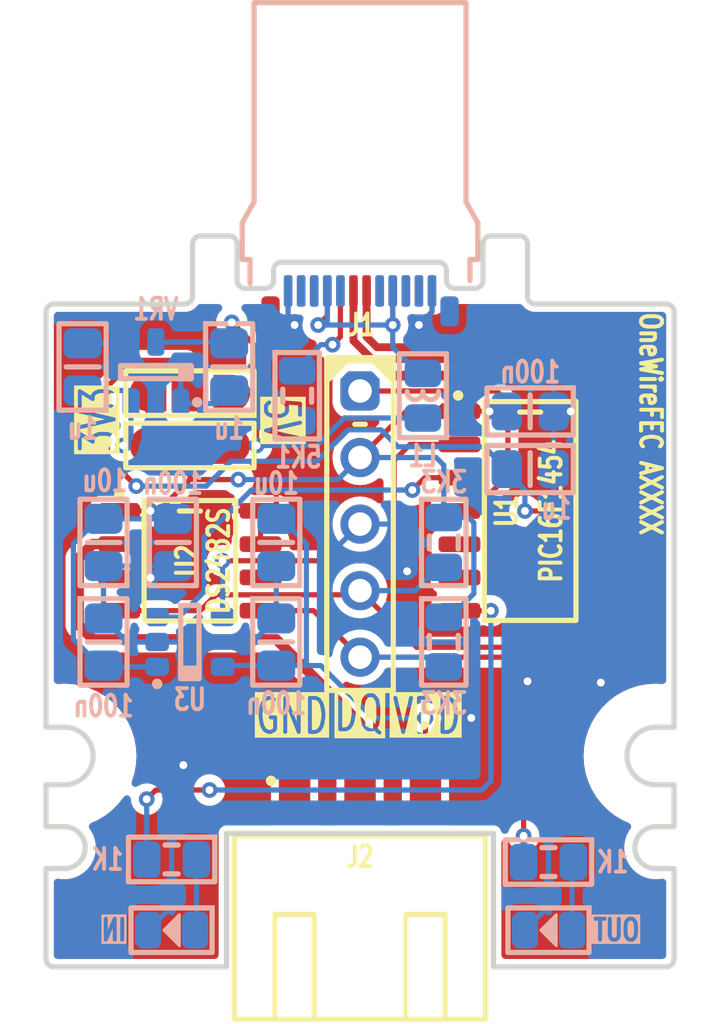
<source format=kicad_pcb>
(kicad_pcb (version 20240108) (generator "pcbnew") (generator_version "8.0")
  (layers (0 "F.Cu" signal) (31 "B.Cu" jumper) (34 "B.Paste" user) (35 "F.Paste" user) (36 "B.SilkS" user "B.Silkscreen") (37 "F.SilkS" user "F.Silkscreen") (38 "B.Mask" user) (39 "F.Mask" user) (44 "Edge.Cuts" user))
  (net 0 "")
  (net 1 "A_CC")
  (net 2 "USB_DP")
  (net 3 "USB_DM")
  (net 4 "GND")
  (net 5 "5V")
  (net 6 "ICSP_VPP")
  (net 7 "Vin")
  (net 8 "POWER_EN")
  (net 9 "POWER_FAULT")
  (net 10 "DQ")
  (net 11 "VDD")
  (net 12 "VDD_OUT")
  (net 13 "3V3")
  (net 14 "SDA")
  (net 15 "SCL")
  (net 16 "LED_A'")
  (net 17 "LED_A")
  (net 18 "LED_B'")
  (net 19 "LED_B")
  (net 20 "3V3_USB")
  (footprint "Medo64:J USB C 3.2 Edge (24w)" (layer "F.Cu") (at 32 22)
    (property "Reference" "J1" (at 0.05 1.4 0) (layer "F.SilkS") (effects (font (size 0.8 0.6))))
    (property "Value" "105444-0001" (hide yes))
    (pad "A1" smd roundrect (at -2.75 0.1) (size 0.33 1.2) (layers "F.Cu" "F.Paste" "F.Mask") (chamfer_ratio 0.2) (chamfer top_left bottom_left) (net 4 "GND"))
    (pad "A2" smd roundrect (at -2.25 0.1) (size 0.33 1.2) (layers "F.Cu" "F.Paste" "F.Mask"))
    (pad "A3" smd roundrect (at -1.75 0.1) (size 0.33 1.2) (layers "F.Cu" "F.Paste" "F.Mask"))
    (pad "A4" smd roundrect (at -1.25 0.1) (size 0.33 1.2) (layers "F.Cu" "F.Paste" "F.Mask") (net 7 "Vin"))
    (pad "A5" smd roundrect (at -0.75 0.1) (size 0.33 1.2) (layers "F.Cu" "F.Paste" "F.Mask") (net 1 "A_CC"))
    (pad "A6" smd roundrect (at -0.25 0.1) (size 0.33 1.2) (layers "F.Cu" "F.Paste" "F.Mask") (net 2 "USB_DP"))
    (pad "A7" smd roundrect (at 0.25 0.1) (size 0.33 1.2) (layers "F.Cu" "F.Paste" "F.Mask") (net 3 "USB_DM"))
    (pad "A8" smd roundrect (at 0.75 0.1) (size 0.33 1.2) (layers "F.Cu" "F.Paste" "F.Mask"))
    (pad "A9" smd roundrect (at 1.25 0.1) (size 0.33 1.2) (layers "F.Cu" "F.Paste" "F.Mask") (net 7 "Vin"))
    (pad "A10" smd roundrect (at 1.75 0.1) (size 0.33 1.2) (layers "F.Cu" "F.Paste" "F.Mask"))
    (pad "A11" smd roundrect (at 2.25 0.1) (size 0.33 1.2) (layers "F.Cu" "F.Paste" "F.Mask"))
    (pad "A12" smd roundrect (at 2.75 0.1) (size 0.33 1.2) (layers "F.Cu" "F.Paste" "F.Mask") (net 4 "GND"))
    (pad "B01" smd roundrect (at 2.75 0.1) (size 0.33 1.2) (layers "B.Cu" "B.Paste" "B.Mask") (chamfer_ratio 0.2) (chamfer top_right bottom_right) (net 4 "GND"))
    (pad "B02" smd roundrect (at 2.25 0.1) (size 0.33 1.2) (layers "B.Cu" "B.Paste" "B.Mask"))
    (pad "B03" smd roundrect (at 1.75 0.1) (size 0.33 1.2) (layers "B.Cu" "B.Paste" "B.Mask"))
    (pad "B04" smd roundrect (at 1.25 0.1) (size 0.33 1.2) (layers "B.Cu" "B.Paste" "B.Mask") (net 7 "Vin"))
    (pad "B05" smd roundrect (at 0.75 0.1) (size 0.33 1.2) (layers "B.Cu" "B.Paste" "B.Mask"))
    (pad "B08" smd roundrect (at -0.75 0.1) (size 0.33 1.2) (layers "B.Cu" "B.Paste" "B.Mask"))
    (pad "B09" smd roundrect (at -1.25 0.1) (size 0.33 1.2) (layers "B.Cu" "B.Paste" "B.Mask") (net 7 "Vin"))
    (pad "B10" smd roundrect (at -1.75 0.1) (size 0.33 1.2) (layers "B.Cu" "B.Paste" "B.Mask"))
    (pad "B11" smd roundrect (at -2.25 0.1) (size 0.33 1.2) (layers "B.Cu" "B.Paste" "B.Mask"))
    (pad "B12" smd roundrect (at -2.75 0.1) (size 0.33 1.2) (layers "B.Cu" "B.Paste" "B.Mask") (net 4 "GND"))
    (pad "S" smd roundrect (at -3.42 0.88) (size 0.7 1.15) (layers "F.Cu" "F.Paste" "F.Mask"))
    (pad "S" smd roundrect (at 3.42 0.88) (size 0.7 1.15) (layers "B.Cu" "B.Paste" "B.Mask"))
  )
  (footprint "Medo64:JP Dual (1205)" (layer "F.Cu") (at 25.5 26 180)
    (property "Reference" "JP2" (hide yes))
    (property "Value" "Jumper" (hide yes))
    (pad "1" smd roundrect (at -1.6 0 180) (size 1.4 1.4) (layers "F.Cu" "F.Mask") (roundrect_rratio 0.5) (chamfer_ratio 0) (chamfer top_right bottom_right))
    (pad "2" smd roundrect (at 0 0 180) (size 1.4 1.4) (layers "F.Cu" "F.Mask") (roundrect_rratio 0) (chamfer_ratio 0) (chamfer top_left top_right bottom_left bottom_right) (net 20 "3V3_USB"))
    (pad "3" smd roundrect (at 1.6 0 180) (size 1.4 1.4) (layers "F.Cu" "F.Mask") (roundrect_rratio 0.5) (chamfer_ratio 0) (chamfer top_left bottom_left) (net 13 "3V3"))
  )
  (footprint "Medo64:J JST XH Edge [1WIRE] (3w)" (layer "F.Cu") (at 32 40.8)
    (property "Reference" "J2" (at 0 2.9 0) (layer "F.SilkS") (effects (font (size 0.8 0.6) (thickness 0.15) (bold yes))))
    (property "Value" "B2B-XH-A")
    (pad "1" smd roundrect (at -2.5 0) (size 1.2 3) (layers "F.Cu" "F.Paste" "F.Mask") (chamfer_ratio 0.2) (chamfer top_left bottom_left) (net 4 "GND"))
    (pad "2" smd roundrect (at 0 0) (size 1.2 3) (layers "F.Cu" "F.Paste" "F.Mask") (net 10 "DQ"))
    (pad "3" smd roundrect (at 2.5 0) (size 1.2 3) (layers "F.Cu" "F.Paste" "F.Mask") (net 12 "VDD_OUT"))
  )
  (footprint "Medo64:U Micro [PIC16F1454] (SOIC-14)" (layer "F.Cu") (at 38.5 30.5)
    (property "Reference" "U1" (at -0.9 0 90) (layer "F.SilkS") (effects (font (size 0.8 0.6))))
    (property "Value" "PIC16F1454" (at 0.8 0 90) (layer "F.SilkS") (effects (font (size 0.8 0.6))))
    (pad "1" smd roundrect (at -2.7 -3.81) (size 1.6 0.6) (layers "F.Cu" "F.Paste" "F.Mask") (chamfer_ratio 0.2) (chamfer top_left top_right) (net 11 "VDD"))
    (pad "2" smd roundrect (at -2.7 -2.54) (size 1.6 0.6) (layers "F.Cu" "F.Paste" "F.Mask") (net 9 "POWER_FAULT"))
    (pad "3" smd roundrect (at -2.7 -1.27) (size 1.6 0.6) (layers "F.Cu" "F.Paste" "F.Mask") (net 8 "POWER_EN"))
    (pad "4" smd roundrect (at -2.7 0) (size 1.6 0.6) (layers "F.Cu" "F.Paste" "F.Mask") (net 6 "ICSP_VPP"))
    (pad "5" smd roundrect (at -2.7 1.27) (size 1.6 0.6) (layers "F.Cu" "F.Paste" "F.Mask"))
    (pad "6" smd roundrect (at -2.7 2.54) (size 1.6 0.6) (layers "F.Cu" "F.Paste" "F.Mask"))
    (pad "7" smd roundrect (at -2.7 3.81) (size 1.6 0.6) (layers "F.Cu" "F.Paste" "F.Mask") (net 17 "LED_A"))
    (pad "8" smd roundrect (at 2.7 3.81) (size 1.6 0.6) (layers "F.Cu" "F.Paste" "F.Mask") (net 19 "LED_B"))
    (pad "9" smd roundrect (at 2.7 2.54) (size 1.6 0.6) (layers "F.Cu" "F.Paste" "F.Mask") (net 14 "SDA"))
    (pad "10" smd roundrect (at 2.7 1.27) (size 1.6 0.6) (layers "F.Cu" "F.Paste" "F.Mask") (net 15 "SCL"))
    (pad "11" smd roundrect (at 2.7 0) (size 1.6 0.6) (layers "F.Cu" "F.Paste" "F.Mask") (net 20 "3V3_USB"))
    (pad "12" smd roundrect (at 2.7 -1.27) (size 1.6 0.6) (layers "F.Cu" "F.Paste" "F.Mask") (net 3 "USB_DM"))
    (pad "13" smd roundrect (at 2.7 -2.54) (size 1.6 0.6) (layers "F.Cu" "F.Paste" "F.Mask") (net 2 "USB_DP"))
    (pad "14" smd roundrect (at 2.7 -3.81) (size 1.6 0.6) (layers "F.Cu" "F.Paste" "F.Mask") (net 4 "GND"))
  )
  (footprint "Medo64:ICSP PIC Pogo (5w)" (layer "F.Cu") (at 32 31 -90)
    (property "Reference" "ICSP" (hide yes))
    (property "Value" "Microchip PIC" (hide yes))
    (pad "1" thru_hole roundrect (at -5.08 0 270) (size 1.5 1.5) (drill 0.9) (layers "*.Cu" "*.Mask") (chamfer_ratio 0.2) (chamfer top_left bottom_left) (net 6 "ICSP_VPP"))
    (pad "2" thru_hole circle (at -2.54 0 270) (size 1.5 1.5) (drill 0.9) (layers "*.Cu" "*.Mask") (net 11 "VDD"))
    (pad "3" thru_hole circle (at 0 0 270) (size 1.5 1.5) (drill 0.9) (layers "*.Cu" "*.Mask") (net 4 "GND"))
    (pad "4" thru_hole circle (at 2.54 0 270) (size 1.5 1.5) (drill 0.9) (layers "*.Cu" "*.Mask") (net 15 "SCL"))
    (pad "5" thru_hole circle (at 5.08 0 270) (size 1.5 1.5) (drill 0.9) (layers "*.Cu" "*.Mask") (net 14 "SDA"))
  )
  (footprint "Medo64:JP Dual (1205)" (layer "F.Cu") (at 25.5 28)
    (property "Reference" "JP1" (hide yes))
    (property "Value" "Jumper" (hide yes))
    (pad "1" smd roundrect (at -1.6 0) (size 1.4 1.4) (layers "F.Cu" "F.Mask") (roundrect_rratio 0.5) (chamfer_ratio 0) (chamfer top_right bottom_right) (net 13 "3V3"))
    (pad "2" smd roundrect (at 0 0) (size 1.4 1.4) (layers "F.Cu" "F.Mask") (roundrect_rratio 0) (chamfer_ratio 0) (chamfer top_left top_right bottom_left bottom_right) (net 11 "VDD"))
    (pad "3" smd roundrect (at 1.6 0) (size 1.4 1.4) (layers "F.Cu" "F.Mask") (roundrect_rratio 0.5) (chamfer_ratio 0) (chamfer top_left bottom_left) (net 5 "5V"))
  )
  (footprint "Medo64:U Transceiver 1Wire [DS2482S-100+] (SOIC-8)" (layer "F.Cu") (at 25.5 32.4)
    (property "Reference" "U2" (at -0.1 0 90) (layer "F.SilkS") (effects (font (size 0.8 0.6))))
    (property "Value" "DS2482S" (at 1.1 0 90) (layer "F.SilkS") (effects (font (size 0.8 0.6))))
    (pad "1" smd roundrect (at -2.7 -1.905) (size 1.6 0.6) (layers "F.Cu" "F.Paste" "F.Mask") (chamfer_ratio 0.2) (chamfer top_left top_right) (net 11 "VDD"))
    (pad "2" smd roundrect (at -2.7 -0.635) (size 1.6 0.6) (layers "F.Cu" "F.Paste" "F.Mask") (net 10 "DQ"))
    (pad "3" smd roundrect (at -2.7 0.635) (size 1.6 0.6) (layers "F.Cu" "F.Paste" "F.Mask") (net 4 "GND"))
    (pad "4" smd roundrect (at -2.7 1.905) (size 1.6 0.6) (layers "F.Cu" "F.Paste" "F.Mask") (net 15 "SCL"))
    (pad "5" smd roundrect (at 2.7 1.905) (size 1.6 0.6) (layers "F.Cu" "F.Paste" "F.Mask") (net 14 "SDA"))
    (pad "6" smd roundrect (at 2.7 0.635) (size 1.6 0.6) (layers "F.Cu" "F.Paste" "F.Mask"))
    (pad "7" smd roundrect (at 2.7 -0.635) (size 1.6 0.6) (layers "F.Cu" "F.Paste" "F.Mask") (net 4 "GND"))
    (pad "8" smd roundrect (at 2.7 -1.905) (size 1.6 0.6) (layers "F.Cu" "F.Paste" "F.Mask") (net 4 "GND"))
  )
  (footprint "Medo64:R (0805)" (layer "B.Cu") (at 39.2 43.9)
    (property "Reference" "R2" (hide yes))
    (property "Value" "1K" (at 2.45 0 0) (layer "B.SilkS") (effects (font (size 0.8 0.6)) (justify mirror)))
    (pad "1" smd roundrect (at -0.95 0) (size 1.05 1.4) (layers "B.Cu" "B.Paste" "B.Mask") (net 19 "LED_B"))
    (pad "2" smd roundrect (at 0.95 0) (size 1.05 1.4) (layers "B.Cu" "B.Paste" "B.Mask") (net 18 "LED_B'"))
  )
  (footprint "Medo64:C (0805)" (layer "B.Cu") (at 28.8 31.7 -90)
    (property "Reference" "C9" (hide yes))
    (property "Value" "10u" (at -2.25 0 0) (layer "B.SilkS") (effects (font (size 0.8 0.6) (thickness 0.15) (bold yes)) (justify mirror)))
    (pad "1" smd roundrect (at -0.9 0 270) (size 1.15 1.45) (layers "B.Cu" "B.Paste" "B.Mask") (net 12 "VDD_OUT"))
    (pad "2" smd roundrect (at 0.9 0 270) (size 1.15 1.45) (layers "B.Cu" "B.Paste" "B.Mask") (net 4 "GND"))
  )
  (footprint "Medo64:L (0805)" (layer "B.Cu") (at 34.4 26.1 -90)
    (property "Reference" "L1" (at 2.3 0 0) (layer "B.SilkS") (effects (font (size 0.8 0.6)) (justify mirror)))
    (property "Value" "120R" (hide yes))
    (pad "1" smd roundrect (at -0.85 0 270) (size 1.05 1.4) (layers "B.Cu" "B.Paste" "B.Mask") (net 7 "Vin"))
    (pad "2" smd roundrect (at 0.85 0 270) (size 1.05 1.4) (layers "B.Cu" "B.Paste" "B.Mask") (net 5 "5V"))
  )
  (footprint "Medo64:DS (0805)" (layer "B.Cu") (at 39.2 46.5)
    (property "Reference" "DS2" (hide yes))
    (property "Value" "OUT" (at 2.6 0 0) (layer "B.SilkS" knockout) (effects (font (size 0.8 0.6) (thickness 0.15) (bold yes)) (justify mirror)))
    (pad "1" smd roundrect (at -0.9 0) (size 1 1.4) (layers "B.Cu" "B.Paste" "B.Mask") (chamfer_ratio 0.2) (chamfer top_left bottom_left) (net 4 "GND"))
    (pad "2" smd roundrect (at 0.9 0) (size 1 1.4) (layers "B.Cu" "B.Paste" "B.Mask") (net 18 "LED_B'"))
  )
  (footprint "Medo64:C (0805)" (layer "B.Cu") (at 22.2 31.7 -90)
    (property "Reference" "C8" (hide yes))
    (property "Value" "10u" (at -2.35 -0.05 0) (layer "B.SilkS") (effects (font (size 0.8 0.6) (thickness 0.15) (bold yes)) (justify mirror)))
    (pad "1" smd roundrect (at -0.9 0 270) (size 1.15 1.45) (layers "B.Cu" "B.Paste" "B.Mask") (net 11 "VDD"))
    (pad "2" smd roundrect (at 0.9 0 270) (size 1.15 1.45) (layers "B.Cu" "B.Paste" "B.Mask") (net 4 "GND"))
  )
  (footprint "Medo64:C (0805)" (layer "B.Cu") (at 22.2 35.5 90)
    (property "Reference" "C3" (hide yes))
    (property "Value" "100n" (at -2.45 0 180) (layer "B.SilkS") (effects (font (size 0.8 0.6) (thickness 0.15) (bold yes)) (justify mirror)))
    (pad "1" smd roundrect (at -0.9 0 90) (size 1.15 1.45) (layers "B.Cu" "B.Paste" "B.Mask") (net 11 "VDD"))
    (pad "2" smd roundrect (at 0.9 0 90) (size 1.15 1.45) (layers "B.Cu" "B.Paste" "B.Mask") (net 4 "GND"))
  )
  (footprint "Medo64:R (0805)" (layer "B.Cu") (at 35.2 31.7 90)
    (property "Reference" "R3" (hide yes))
    (property "Value" "3K3" (at 2.3 0 0) (layer "B.SilkS") (effects (font (size 0.8 0.6)) (justify mirror)))
    (pad "1" smd roundrect (at -0.95 0 90) (size 1.05 1.4) (layers "B.Cu" "B.Paste" "B.Mask") (net 15 "SCL"))
    (pad "2" smd roundrect (at 0.95 0 90) (size 1.05 1.4) (layers "B.Cu" "B.Paste" "B.Mask") (net 11 "VDD"))
  )
  (footprint "Medo64:U LoadSwitch 100mA [MIC2091-1] (SOT23-5)" (layer "B.Cu") (at 25.5 35.5)
    (property "Reference" "U3" (at 0 2.2 180) (layer "B.SilkS") (effects (font (size 0.8 0.6)) (justify mirror)))
    (property "Value" "MIC2091" (hide yes))
    (pad "1" smd roundrect (at -1.25 0.95) (size 0.9 0.7) (layers "B.Cu" "B.Paste" "B.Mask") (chamfer_ratio 0.2) (chamfer bottom_left bottom_right) (net 11 "VDD"))
    (pad "2" smd roundrect (at -1.25 0) (size 0.9 0.7) (layers "B.Cu" "B.Paste" "B.Mask") (net 4 "GND"))
    (pad "3" smd roundrect (at -1.25 -0.95) (size 0.9 0.7) (layers "B.Cu" "B.Paste" "B.Mask") (chamfer_ratio 0.2) (chamfer bottom_left bottom_right) (net 8 "POWER_EN"))
    (pad "4" smd roundrect (at 1.25 -0.95) (size 0.9 0.7) (layers "B.Cu" "B.Paste" "B.Mask") (net 9 "POWER_FAULT"))
    (pad "5" smd roundrect (at 1.25 0.95) (size 0.9 0.7) (layers "B.Cu" "B.Paste" "B.Mask") (net 12 "VDD_OUT"))
  )
  (footprint "Medo64:R (0805)" (layer "B.Cu") (at 29.6 26.1 90)
    (property "Reference" "R5" (hide yes))
    (property "Value" "5K1" (at -2.35 0.05 0) (layer "B.SilkS") (effects (font (size 0.8 0.6)) (justify mirror)))
    (pad "1" smd roundrect (at -0.95 0 90) (size 1.05 1.4) (layers "B.Cu" "B.Paste" "B.Mask") (net 4 "GND"))
    (pad "2" smd roundrect (at 0.95 0 90) (size 1.05 1.4) (layers "B.Cu" "B.Paste" "B.Mask") (net 1 "A_CC"))
  )
  (footprint "Medo64:C (0805)" (layer "B.Cu") (at 24.85 31.7 90)
    (property "Reference" "C2" (hide yes))
    (property "Value" "100n" (at 2.25 0 0) (layer "B.SilkS") (effects (font (size 0.8 0.6) (thickness 0.15) (bold yes)) (justify mirror)))
    (pad "1" smd roundrect (at -0.9 0 90) (size 1.15 1.45) (layers "B.Cu" "B.Paste" "B.Mask") (net 4 "GND"))
    (pad "2" smd roundrect (at 0.9 0 90) (size 1.15 1.45) (layers "B.Cu" "B.Paste" "B.Mask") (net 11 "VDD"))
  )
  (footprint "Medo64:C (0805)" (layer "B.Cu") (at 28.8 35.5 90)
    (property "Reference" "C4" (hide yes))
    (property "Value" "100n" (at -2.35 0 180) (layer "B.SilkS") (effects (font (size 0.8 0.6) (thickness 0.15) (bold yes)) (justify mirror)))
    (pad "1" smd roundrect (at -0.9 0 90) (size 1.15 1.45) (layers "B.Cu" "B.Paste" "B.Mask") (net 12 "VDD_OUT"))
    (pad "2" smd roundrect (at 0.9 0 90) (size 1.15 1.45) (layers "B.Cu" "B.Paste" "B.Mask") (net 4 "GND"))
  )
  (footprint "Medo64:R (0805)" (layer "B.Cu") (at 35.2 35.5 90)
    (property "Reference" "R4" (hide yes))
    (property "Value" "3K3" (at -2.35 0 0) (layer "B.SilkS") (effects (font (size 0.8 0.6)) (justify mirror)))
    (pad "1" smd roundrect (at -0.95 0 90) (size 1.05 1.4) (layers "B.Cu" "B.Paste" "B.Mask") (net 14 "SDA"))
    (pad "2" smd roundrect (at 0.95 0 90) (size 1.05 1.4) (layers "B.Cu" "B.Paste" "B.Mask") (net 11 "VDD"))
  )
  (footprint "Medo64:C (0805)" (layer "B.Cu") (at 38.5 28.9)
    (property "Reference" "C5" (hide yes))
    (property "Value" "1u" (at 1 1.5 0) (layer "B.SilkS") (effects (font (size 0.8 0.6) (thickness 0.15) (bold yes)) (justify mirror)))
    (pad "1" smd roundrect (at -0.9 0) (size 1.15 1.45) (layers "B.Cu" "B.Paste" "B.Mask") (net 20 "3V3_USB"))
    (pad "2" smd roundrect (at 0.9 0) (size 1.15 1.45) (layers "B.Cu" "B.Paste" "B.Mask") (net 4 "GND"))
  )
  (footprint "Medo64:C (0805)" (layer "B.Cu") (at 21.4 25 -90)
    (property "Reference" "C7" (hide yes))
    (property "Value" "1u" (at 2.35 0 0) (layer "B.SilkS") (effects (font (size 0.8 0.6) (thickness 0.15) (bold yes)) (justify mirror)))
    (pad "1" smd roundrect (at -0.9 0 270) (size 1.15 1.45) (layers "B.Cu" "B.Paste" "B.Mask") (net 4 "GND"))
    (pad "2" smd roundrect (at 0.9 0 270) (size 1.15 1.45) (layers "B.Cu" "B.Paste" "B.Mask") (net 13 "3V3"))
  )
  (footprint "Medo64:C (0805)" (layer "B.Cu") (at 27 25 90)
    (property "Reference" "C6" (hide yes))
    (property "Value" "1u" (at -2.35 0 180) (layer "B.SilkS") (effects (font (size 0.8 0.6) (thickness 0.15) (bold yes)) (justify mirror)))
    (pad "1" smd roundrect (at -0.9 0 90) (size 1.15 1.45) (layers "B.Cu" "B.Paste" "B.Mask") (net 4 "GND"))
    (pad "2" smd roundrect (at 0.9 0 90) (size 1.15 1.45) (layers "B.Cu" "B.Paste" "B.Mask") (net 5 "5V"))
  )
  (footprint "Medo64:C (0805)" (layer "B.Cu") (at 38.5 26.7)
    (property "Reference" "C1" (hide yes))
    (property "Value" "100n" (at 0 -1.5 0) (layer "B.SilkS") (effects (font (size 0.8 0.6) (thickness 0.15) (bold yes)) (justify mirror)))
    (pad "1" smd roundrect (at -0.9 0) (size 1.15 1.45) (layers "B.Cu" "B.Paste" "B.Mask") (net 11 "VDD"))
    (pad "2" smd roundrect (at 0.9 0) (size 1.15 1.45) (layers "B.Cu" "B.Paste" "B.Mask") (net 4 "GND"))
  )
  (footprint "Medo64:DS (0805)" (layer "B.Cu") (at 24.8 46.5)
    (property "Reference" "DS1" (hide yes))
    (property "Value" "IN" (at -2.2 0 0) (layer "B.SilkS" knockout) (effects (font (size 0.8 0.6) (thickness 0.15) (bold yes)) (justify mirror)))
    (pad "1" smd roundrect (at -0.9 0) (size 1 1.4) (layers "B.Cu" "B.Paste" "B.Mask") (chamfer_ratio 0.2) (chamfer top_left bottom_left) (net 4 "GND"))
    (pad "2" smd roundrect (at 0.9 0) (size 1 1.4) (layers "B.Cu" "B.Paste" "B.Mask") (net 16 "LED_A'"))
  )
  (footprint "Medo64:VR Linear 3.3V 250mA [MCP1700] (SOT-23)" (layer "B.Cu") (at 24.2 25.2 180)
    (property "Reference" "VR1" (at 0 2.4 0) (layer "B.SilkS") (effects (font (size 0.8 0.6)) (justify mirror)))
    (property "Value" "MCP1700" (hide yes))
    (pad "1" smd roundrect (at -0.95 -1.15 180) (size 0.65 1.05) (layers "B.Cu" "B.Paste" "B.Mask") (chamfer_ratio 0.2) (chamfer top_left bottom_left) (net 4 "GND"))
    (pad "2" smd roundrect (at 0.95 -1.15 180) (size 0.65 1.05) (layers "B.Cu" "B.Paste" "B.Mask") (net 13 "3V3"))
    (pad "3" smd roundrect (at 0 1.15 180) (size 0.65 1.05) (layers "B.Cu" "B.Paste" "B.Mask") (net 5 "5V"))
  )
  (footprint "Medo64:R (0805)" (layer "B.Cu") (at 24.8 43.8)
    (property "Reference" "R1" (hide yes))
    (property "Value" "1K" (at -2.45 0 0) (layer "B.SilkS") (effects (font (size 0.8 0.6)) (justify mirror)))
    (pad "1" smd roundrect (at -0.95 0) (size 1.05 1.4) (layers "B.Cu" "B.Paste" "B.Mask") (net 17 "LED_A"))
    (pad "2" smd roundrect (at 0.95 0) (size 1.05 1.4) (layers "B.Cu" "B.Paste" "B.Mask") (net 16 "LED_A'"))
  )
  (gr_line (start 38.4 20.3) (end 38.4 22.3) (stroke (width 0.2)) (layer "Edge.Cuts"))
  (gr_arc (start 25.6 22.3) (mid 25.512132 22.512132) (end 25.3 22.6) (stroke (width 0.2)) (layer "Edge.Cuts"))
  (gr_arc (start 43.3 40.95) (mid 42.2 39.85) (end 43.3 38.75) (stroke (width 0.2)) (layer "Edge.Cuts"))
  (gr_line (start 37.1 47.9) (end 43.7 47.9) (stroke (width 0.2)) (layer "Edge.Cuts"))
  (gr_line (start 20.7 40.95) (end 20 40.95) (stroke (width 0.2)) (layer "Edge.Cuts"))
  (gr_line (start 43.3 40.95) (end 44 40.95) (stroke (width 0.2)) (layer "Edge.Cuts"))
  (gr_line (start 44 44.15) (end 43.3 44.15) (stroke (width 0.2)) (layer "Edge.Cuts"))
  (gr_arc (start 35 21) (mid 35.212132 21.087868) (end 35.3 21.3) (stroke (width 0.2)) (layer "Edge.Cuts"))
  (gr_arc (start 28.7 21.3) (mid 28.787868 21.087868) (end 29 21) (stroke (width 0.2)) (layer "Edge.Cuts"))
  (gr_line (start 38.1 20) (end 37 20) (stroke (width 0.2)) (layer "Edge.Cuts"))
  (gr_arc (start 28.7 21.7) (mid 28.612132 21.912132) (end 28.4 22) (stroke (width 0.2)) (layer "Edge.Cuts"))
  (gr_arc (start 27 20) (mid 27.212132 20.087868) (end 27.3 20.3) (stroke (width 0.2)) (layer "Edge.Cuts"))
  (gr_arc (start 43.7 22.6) (mid 43.912132 22.687868) (end 44 22.9) (stroke (width 0.2)) (layer "Edge.Cuts"))
  (gr_line (start 20 44.15) (end 20 47.6) (stroke (width 0.2)) (layer "Edge.Cuts"))
  (gr_line (start 20 38.75) (end 20.7 38.75) (stroke (width 0.2)) (layer "Edge.Cuts"))
  (gr_line (start 44 42.55) (end 43.3 42.55) (stroke (width 0.2)) (layer "Edge.Cuts"))
  (gr_arc (start 38.7 22.6) (mid 38.487868 22.512132) (end 38.4 22.3) (stroke (width 0.2)) (layer "Edge.Cuts"))
  (gr_line (start 44 42.55) (end 44 40.95) (stroke (width 0.2)) (layer "Edge.Cuts"))
  (gr_line (start 28.4 22) (end 27.6 22) (stroke (width 0.2)) (layer "Edge.Cuts"))
  (gr_line (start 43.7 22.6) (end 38.7 22.6) (stroke (width 0.2)) (layer "Edge.Cuts"))
  (gr_line (start 20.3 22.6) (end 25.3 22.6) (stroke (width 0.2)) (layer "Edge.Cuts"))
  (gr_arc (start 38.1 20) (mid 38.312132 20.087868) (end 38.4 20.3) (stroke (width 0.2)) (layer "Edge.Cuts"))
  (gr_arc (start 35.6 22) (mid 35.387868 21.912132) (end 35.3 21.7) (stroke (width 0.2)) (layer "Edge.Cuts"))
  (gr_line (start 35.3 21.7) (end 35.3 21.3) (stroke (width 0.2)) (layer "Edge.Cuts"))
  (gr_line (start 27.3 20.3) (end 27.3 21.7) (stroke (width 0.2)) (layer "Edge.Cuts"))
  (gr_arc (start 20 22.9) (mid 20.087868 22.687868) (end 20.3 22.6) (stroke (width 0.2)) (layer "Edge.Cuts"))
  (gr_arc (start 36.7 20.3) (mid 36.787868 20.087868) (end 37 20) (stroke (width 0.2)) (layer "Edge.Cuts"))
  (gr_arc (start 20.7 42.55) (mid 21.5 43.35) (end 20.7 44.15) (stroke (width 0.2)) (layer "Edge.Cuts"))
  (gr_arc (start 27.6 22) (mid 27.387868 21.912132) (end 27.3 21.7) (stroke (width 0.2)) (layer "Edge.Cuts"))
  (gr_line (start 36.7 20.3) (end 36.7 21.7) (stroke (width 0.2)) (layer "Edge.Cuts"))
  (gr_arc (start 44 47.6) (mid 43.912132 47.812132) (end 43.7 47.9) (stroke (width 0.2)) (layer "Edge.Cuts"))
  (gr_line (start 36.4 22) (end 35.6 22) (stroke (width 0.2)) (layer "Edge.Cuts"))
  (gr_line (start 44 22.9) (end 44 38.75) (stroke (width 0.2)) (layer "Edge.Cuts"))
  (gr_line (start 43.3 38.75) (end 44 38.75) (stroke (width 0.2)) (layer "Edge.Cuts"))
  (gr_line (start 28.7 21.7) (end 28.7 21.3) (stroke (width 0.2)) (layer "Edge.Cuts"))
  (gr_arc (start 20.7 38.75) (mid 21.8 39.85) (end 20.7 40.95) (stroke (width 0.2)) (layer "Edge.Cuts"))
  (gr_arc (start 43.3 44.15) (mid 42.5 43.35) (end 43.3 42.55) (stroke (width 0.2)) (layer "Edge.Cuts"))
  (gr_line (start 25.9 20) (end 27 20) (stroke (width 0.2)) (layer "Edge.Cuts"))
  (gr_line (start 25.6 20.3) (end 25.6 22.3) (stroke (width 0.2)) (layer "Edge.Cuts"))
  (gr_line (start 44 44.15) (end 44 47.6) (stroke (width 0.2)) (layer "Edge.Cuts"))
  (gr_line (start 20 22.9) (end 20 38.75) (stroke (width 0.2)) (layer "Edge.Cuts"))
  (gr_line (start 20.7 44.15) (end 20 44.15) (stroke (width 0.2)) (layer "Edge.Cuts"))
  (gr_line (start 37.1 42.8) (end 26.9 42.8) (stroke (width 0.2)) (layer "Edge.Cuts"))
  (gr_arc (start 25.6 20.3) (mid 25.687868 20.087868) (end 25.9 20) (stroke (width 0.2)) (layer "Edge.Cuts"))
  (gr_arc (start 36.7 21.7) (mid 36.612132 21.912132) (end 36.4 22) (stroke (width 0.2)) (layer "Edge.Cuts"))
  (gr_line (start 29 21) (end 35 21) (stroke (width 0.2)) (layer "Edge.Cuts"))
  (gr_line (start 26.9 47.9) (end 26.9 42.8) (stroke (width 0.2)) (layer "Edge.Cuts"))
  (gr_line (start 20.7 42.55) (end 20 42.55) (stroke (width 0.2)) (layer "Edge.Cuts"))
  (gr_line (start 20 42.55) (end 20 40.95) (stroke (width 0.2)) (layer "Edge.Cuts"))
  (gr_line (start 20.3 47.9) (end 26.9 47.9) (stroke (width 0.2)) (layer "Edge.Cuts"))
  (gr_line (start 37.1 47.9) (end 37.1 42.8) (stroke (width 0.2)) (layer "Edge.Cuts"))
  (gr_arc (start 20.3 47.9) (mid 20.087868 47.812132) (end 20 47.6) (stroke (width 0.2)) (layer "Edge.Cuts"))
  (gr_text "VDD" (at 34.55 39.1 0) (layer "F.SilkS" knockout) (effects (font (size 1.3 0.9) (thickness 0.15) (bold yes)) (justify bottom)))
  (gr_text "5V" (at 29 27 270) (layer "F.SilkS" knockout) (effects (font (size 1.3 0.9) (thickness 0.15) (bold yes))))
  (gr_text "DQ" (at 31.95 39 0) (layer "F.SilkS" knockout) (effects (font (size 1.3 0.9) (thickness 0.15) (bold yes)) (justify bottom)))
  (gr_text "OneWireFEC AXXXX" (at 43.1 22.85 270) (layer "F.SilkS") (effects (font (size 0.8 0.6) (thickness 0.15) (bold yes)) (justify left)))
  (gr_text "3V3" (at 22 27 90) (layer "F.SilkS" knockout) (effects (font (size 1.3 0.9) (thickness 0.15) (bold yes))))
  (gr_text "GND" (at 29.4 39.1 0) (layer "F.SilkS" knockout) (effects (font (size 1.3 0.9) (thickness 0.15) (bold yes)) (justify bottom)))
  (segment (start 31.25 23.85) (end 30.95 24.15) (width 0.2) (layer "F.Cu") (net 1))
  (segment (start 31.25 22.1) (end 31.25 23.85) (width 0.2) (layer "F.Cu") (net 1))
  (via (at 30.95 24.15) (size 0.6) (drill 0.3) (layers "F.Cu" "B.Cu") (net 1))
  (segment (start 30.5 24.15) (end 30.95 24.15) (width 0.2) (layer "B.Cu") (net 1))
  (segment (start 29.65 25) (end 30.5 24.15) (width 0.2) (layer "B.Cu") (net 1))
  (segment (start 41.9 24.7) (end 42.75 25.55) (width 0.3) (layer "F.Cu") (net 2))
  (segment (start 42.29 27.96) (end 41.2 27.96) (width 0.3) (layer "F.Cu") (net 2))
  (segment (start 42.75 27.5) (end 42.29 27.96) (width 0.3) (layer "F.Cu") (net 2))
  (segment (start 32.45 24.7) (end 41.9 24.7) (width 0.3) (layer "F.Cu") (net 2))
  (segment (start 31.75 24) (end 32.45 24.7) (width 0.3) (layer "F.Cu") (net 2))
  (segment (start 42.75 25.55) (end 42.75 27.5) (width 0.3) (layer "F.Cu") (net 2))
  (segment (start 31.75 22.1) (end 31.75 24) (width 0.3) (layer "F.Cu") (net 2))
  (segment (start 42.086396 24.25) (end 32.65 24.25) (width 0.3) (layer "F.Cu") (net 3))
  (segment (start 32.25 23.85) (end 32.25 22.1) (width 0.3) (layer "F.Cu") (net 3))
  (segment (start 32.65 24.25) (end 32.25 23.85) (width 0.3) (layer "F.Cu") (net 3))
  (segment (start 43.2 25.363604) (end 42.086396 24.25) (width 0.3) (layer "F.Cu") (net 3))
  (segment (start 41.2 29.23) (end 42.17 29.23) (width 0.3) (layer "F.Cu") (net 3))
  (segment (start 43.2 28.2) (end 43.2 25.363604) (width 0.3) (layer "F.Cu") (net 3))
  (segment (start 42.17 29.23) (end 43.2 28.2) (width 0.3) (layer "F.Cu") (net 3))
  (segment (start 40.060002 26.69) (end 40.050002 26.7) (width 0.2) (layer "F.Cu") (net 4))
  (segment (start 22.8 33.035) (end 23.985002 33.035) (width 0.2) (layer "F.Cu") (net 4))
  (segment (start 41.2 26.69) (end 40.060002 26.69) (width 0.2) (layer "F.Cu") (net 4))
  (segment (start 29.25 23.182417) (end 29.428008 23.360425) (width 0.2) (layer "F.Cu") (net 4))
  (segment (start 34.75 22.9) (end 34.25 23.4) (width 0.2) (layer "F.Cu") (net 4))
  (segment (start 23.985002 33.035) (end 24.000002 33.05) (width 0.2) (layer "F.Cu") (net 4))
  (segment (start 28.8 30.245) (end 28.8 24.1) (width 0.2) (layer "F.Cu") (net 4))
  (segment (start 34.75 22.1) (end 34.75 22.9) (width 0.2) (layer "F.Cu") (net 4))
  (segment (start 28.2 31.765) (end 28.2 30.495) (width 0.2) (layer "F.Cu") (net 4))
  (segment (start 28.55 30.495) (end 28.8 30.245) (width 0.2) (layer "F.Cu") (net 4))
  (segment (start 29.25 22.1) (end 29.25 23.182417) (width 0.2) (layer "F.Cu") (net 4))
  (segment (start 26.555002 30.495) (end 24.000002 33.05) (width 0.2) (layer "F.Cu") (net 4))
  (segment (start 37 38.4) (end 36.25 38.4) (width 0.2) (layer "F.Cu") (net 4))
  (segment (start 38.4 37) (end 37 38.4) (width 0.2) (layer "F.Cu") (net 4))
  (segment (start 28.8 24.1) (end 29.5 23.4) (width 0.2) (layer "F.Cu") (net 4))
  (segment (start 28.2 30.495) (end 26.555002 30.495) (width 0.2) (layer "F.Cu") (net 4))
  (segment (start 31.235 31.765) (end 32 31) (width 0.2) (layer "F.Cu") (net 4))
  (segment (start 29.5 40.199992) (end 25.25 40.199992) (width 0.2) (layer "F.Cu") (net 4))
  (segment (start 28.2 31.765) (end 31.235 31.765) (width 0.2) (layer "F.Cu") (net 4))
  (via (at 40.050002 26.7) (size 0.6) (drill 0.3) (layers "F.Cu" "B.Cu") (net 4))
  (via (at 38.4 37) (size 0.6) (drill 0.3) (layers "F.Cu" "B.Cu") (net 4))
  (via (at 36.25 38.4) (size 0.6) (drill 0.3) (layers "F.Cu" "B.Cu") (net 4))
  (via (at 25.25 40.199992) (size 0.6) (drill 0.3) (layers "F.Cu" "B.Cu") (net 4))
  (via (at 29.5 23.4) (size 0.6) (drill 0.3) (layers "F.Cu" "B.Cu") (net 4))
  (via (at 34.25 23.4) (size 0.6) (drill 0.3) (layers "F.Cu" "B.Cu") (net 4))
  (via (at 24.000002 33.05) (size 0.6) (drill 0.3) (layers "F.Cu" "B.Cu") (net 4))
  (via (at 33.8 32.8) (size 0.6) (drill 0.3) (layers "F.Cu" "B.Cu") (net 4))
  (via (at 41.2 37.05) (size 0.6) (drill 0.3) (layers "F.Cu" "B.Cu") (net 4))
  (segment (start 28.25 25.9) (end 28.25 24.65) (width 0.2) (layer "B.Cu") (net 4))
  (segment (start 25.15 25.45) (end 25.15 26.35) (width 0.2) (layer "B.Cu") (net 4))
  (segment (start 30.65 32.35) (end 32 31) (width 0.2) (layer "B.Cu") (net 4))
  (segment (start 25.25 40.5) (end 25.25 40.199992) (width 0.2) (layer "B.Cu") (net 4))
  (segment (start 39.4 24.45) (end 39.4 26.7) (width 0.2) (layer "B.Cu") (net 4))
  (segment (start 39.2 45.6) (end 39.2 42.5) (width 0.2) (layer "B.Cu") (net 4))
  (segment (start 28.8 34.6) (end 28.8 32.6) (width 0.2) (layer "B.Cu") (net 4))
  (segment (start 41.15 37) (end 41.2 37.05) (width 0.2) (layer "B.Cu") (net 4))
  (segment (start 29.25 22.1) (end 29.25 23.15) (width 0.2) (layer "B.Cu") (net 4))
  (segment (start 34.25 23.4) (end 34.25 23.85) (width 0.2) (layer "B.Cu") (net 4))
  (segment (start 38.3 46.5) (end 39.2 45.6) (width 0.2) (layer "B.Cu") (net 4))
  (segment (start 36.25 35.7) (end 36.05 35.5) (width 0.2) (layer "B.Cu") (net 4))
  (segment (start 38.4 37) (end 41.15 37) (width 0.2) (layer "B.Cu") (net 4))
  (segment (start 34.75 22.9) (end 34.25 23.4) (width 0.2) (layer "B.Cu") (net 4))
  (segment (start 33.25 34.8) (end 31 34.8) (width 0.2) (layer "B.Cu") (net 4))
  (segment (start 24.8 45.6) (end 23.9 46.5) (width 0.2) (layer "B.Cu") (net 4))
  (segment (start 33.55 31) (end 32 31) (width 0.2) (layer "B.Cu") (net 4))
  (segment (start 36.05 35.5) (end 33.95 35.5) (width 0.2) (layer "B.Cu") (net 4))
  (segment (start 27.9 35.5) (end 28.8 34.6) (width 0.2) (layer "B.Cu") (net 4))
  (segment (start 36.25 38.4) (end 36.25 35.7) (width 0.2) (layer "B.Cu") (net 4))
  (segment (start 29.6 27.05) (end 28.7 27.05) (width 0.2) (layer "B.Cu") (net 4))
  (segment (start 27 25.9) (end 28.25 25.9) (width 0.2) (layer "B.Cu") (net 4))
  (segment (start 25.25 42) (end 24.8 42.45) (width 0.2) (layer "B.Cu") (net 4))
  (segment (start 24.9 25.2) (end 25.15 25.45) (width 0.2) (layer "B.Cu") (net 4))
  (segment (start 26.5 26.4) (end 27 25.9) (width 0.2) (layer "B.Cu") (net 4))
  (segment (start 24.000002 33.05) (end 24.5 33.05) (width 0.2) (layer "B.Cu") (net 4))
  (segment (start 39.2 42.5) (end 38.7 42) (width 0.2) (layer "B.Cu") (net 4))
  (segment (start 25.25 35.5) (end 27.9 35.5) (width 0.2) (layer "B.Cu") (net 4))
  (segment (start 34.75 22.1) (end 34.75 22.9) (width 0.2) (layer "B.Cu") (net 4))
  (segment (start 24.25 35.5) (end 23.1 35.5) (width 0.2) (layer "B.Cu") (net 4))
  (segment (start 39.4 30.2) (end 38.4 31.2) (width 0.2) (layer "B.Cu") (net 4))
  (segment (start 30.65 34.45) (end 30.65 32.35) (width 0.2) (layer "B.Cu") (net 4))
  (segment (start 33.95 35.5) (end 33.25 34.8) (width 0.2) (layer "B.Cu") (net 4))
  (segment (start 29.25 23.15) (end 29.5 23.4) (width 0.2) (layer "B.Cu") (net 4))
  (segment (start 34.5 24.1) (end 39.05 24.1) (width 0.2) (layer "B.Cu") (net 4))
  (segment (start 25.25 42) (end 25.25 40.5) (width 0.2) (layer "B.Cu") (net 4))
  (segment (start 28.25 25.9) (end 28.25 26.6) (width 0.2) (layer "B.Cu") (net 4))
  (segment (start 39.4 28.9) (end 39.4 26.7) (width 0.2) (layer "B.Cu") (net 4))
  (segment (start 38.4 33.95) (end 38.4 37) (width 0.2) (layer "B.Cu") (net 4))
  (segment (start 33.85 31.3) (end 33.55 31) (width 0.2) (layer "B.Cu") (net 4))
  (segment (start 28.25 26.6) (end 28.7 27.05) (width 0.2) (layer "B.Cu") (net 4))
  (segment (start 40.050002 26.7) (end 39.4 26.7) (width 0.2) (layer "B.Cu") (net 4))
  (segment (start 38.7 42) (end 25.25 42) (width 0.2) (layer "B.Cu") (net 4))
  (segment (start 39.05 24.1) (end 39.4 24.45) (width 0.2) (layer "B.Cu") (net 4))
  (segment (start 21.4 24.1) (end 22.5 24.1) (width 0.2) (layer "B.Cu") (net 4))
  (segment (start 39.4 28.9) (end 39.4 30.2) (width 0.2) (layer "B.Cu") (net 4))
  (segment (start 24.8 42.45) (end 24.8 45.6) (width 0.2) (layer "B.Cu") (net 4))
  (segment (start 24.25 35.5) (end 25.25 35.5) (width 0.2) (layer "B.Cu") (net 4))
  (segment (start 24.85 32.6) (end 22.2 32.6) (width 0.2) (layer "B.Cu") (net 4))
  (segment (start 22.2 34.6) (end 22.2 32.6) (width 0.2) (layer "B.Cu") (net 4))
  (segment (start 23.6 25.2) (end 24.9 25.2) (width 0.2) (layer "B.Cu") (net 4))
  (segment (start 25.2 26.4) (end 26.5 26.4) (width 0.2) (layer "B.Cu") (net 4))
  (segment (start 23.1 35.5) (end 22.2 34.6) (width 0.2) (layer "B.Cu") (net 4))
  (segment (start 25.25 35.5) (end 25.25 40.199992) (width 0.2) (layer "B.Cu") (net 4))
  (segment (start 33.8 32.8) (end 33.85 32.75) (width 0.2) (layer "B.Cu") (net 4))
  (segment (start 28.25 24.65) (end 29.5 23.4) (width 0.2) (layer "B.Cu") (net 4))
  (segment (start 38.4 31.2) (end 38.4 33.95) (width 0.2) (layer "B.Cu") (net 4))
  (segment (start 33.85 32.75) (end 33.85 31.3) (width 0.2) (layer "B.Cu") (net 4))
  (segment (start 31 34.8) (end 30.65 34.45) (width 0.2) (layer "B.Cu") (net 4))
  (segment (start 34.25 23.85) (end 34.5 24.1) (width 0.2) (layer "B.Cu") (net 4))
  (segment (start 22.5 24.1) (end 23.6 25.2) (width 0.2) (layer "B.Cu") (net 4))
  (segment (start 27.1 28) (end 28 28) (width 0.2) (layer "F.Cu") (net 5))
  (segment (start 28.05 28) (end 28.05 24.25) (width 0.2) (layer "F.Cu") (net 5))
  (segment (start 28 28) (end 28.05 27.95) (width 0.2) (layer "F.Cu") (net 5))
  (segment (start 28.05 24.25) (end 27.1 23.3) (width 0.2) (layer "F.Cu") (net 5))
  (segment (start 27.1 28) (end 28.05 28) (width 0.2) (layer "F.Cu") (net 5))
  (via (at 28.05 28) (size 0.6) (drill 0.3) (layers "F.Cu" "B.Cu") (net 5))
  (via (at 27.1 23.3) (size 0.6) (drill 0.3) (layers "F.Cu" "B.Cu") (net 5))
  (segment (start 34.4 26.95) (end 31.4 26.95) (width 0.2) (layer "B.Cu") (net 5))
  (segment (start 31.4 26.95) (end 30.35 28) (width 0.2) (layer "B.Cu") (net 5))
  (segment (start 30.35 28) (end 28.05 28) (width 0.2) (layer "B.Cu") (net 5))
  (segment (start 24.2 24.05) (end 26.95 24.05) (width 0.2) (layer "B.Cu") (net 5))
  (segment (start 27.1 23.3) (end 27.1 24) (width 0.2) (layer "B.Cu") (net 5))
  (segment (start 32 25.92) (end 37.22 25.92) (width 0.2) (layer "F.Cu") (net 6))
  (segment (start 37.65 29.15) (end 36.3 30.5) (width 0.2) (layer "F.Cu") (net 6))
  (segment (start 37.22 25.92) (end 37.65 26.35) (width 0.2) (layer "F.Cu") (net 6))
  (segment (start 37.65 26.35) (end 37.65 29.15) (width 0.2) (layer "F.Cu") (net 6))
  (segment (start 33.25 22.1) (end 33.25 23.350004) (width 0.2) (layer "F.Cu") (net 7))
  (segment (start 33.25 23.350004) (end 33.250004 23.350008) (width 0.2) (layer "F.Cu") (net 7))
  (segment (start 30.75 22.1) (end 30.75 23.05) (width 0.2) (layer "F.Cu") (net 7))
  (segment (start 30.75 23.05) (end 30.4 23.4) (width 0.2) (layer "F.Cu") (net 7))
  (via (at 33.25 23.4) (size 0.6) (drill 0.3) (layers "F.Cu" "B.Cu") (net 7))
  (via (at 30.4 23.4) (size 0.6) (drill 0.3) (layers "F.Cu" "B.Cu") (net 7))
  (segment (start 30.7 23.4) (end 33.25 23.4) (width 0.2) (layer "B.Cu") (net 7))
  (segment (start 33.25 24.25) (end 34.25 25.25) (width 0.2) (layer "B.Cu") (net 7))
  (segment (start 30.75 22.1) (end 30.75 23.35) (width 0.2) (layer "B.Cu") (net 7))
  (segment (start 30.75 23.35) (end 30.7 23.4) (width 0.2) (layer "B.Cu") (net 7))
  (segment (start 33.25 23.350004) (end 33.250004 23.350008) (width 0.2) (layer "B.Cu") (net 7))
  (segment (start 33.25 22.1) (end 33.25 23.350004) (width 0.2) (layer "B.Cu") (net 7))
  (segment (start 33.25 23.4) (end 33.25 24.25) (width 0.2) (layer "B.Cu") (net 7))
  (segment (start 34.47 29.23) (end 34 29.7) (width 0.2) (layer "F.Cu") (net 8))
  (segment (start 35.8 29.23) (end 34.47 29.23) (width 0.2) (layer "F.Cu") (net 8))
  (via (at 34 29.7) (size 0.6) (drill 0.3) (layers "F.Cu" "B.Cu") (net 8))
  (segment (start 34 29.7) (end 27.85 29.7) (width 0.2) (layer "B.Cu") (net 8))
  (segment (start 25.075 34.55) (end 24.25 34.55) (width 0.2) (layer "B.Cu") (net 8))
  (segment (start 26.05 31.5) (end 26.05 33.575) (width 0.2) (layer "B.Cu") (net 8))
  (segment (start 27.85 29.7) (end 26.05 31.5) (width 0.2) (layer "B.Cu") (net 8))
  (segment (start 26.05 33.575) (end 25.075 34.55) (width 0.2) (layer "B.Cu") (net 8))
  (segment (start 33.05 32.4) (end 33.3 32.15) (width 0.2) (layer "F.Cu") (net 9))
  (segment (start 33.3 28.574214) (end 33.914214 27.96) (width 0.2) (layer "F.Cu") (net 9))
  (segment (start 26.75 32.4) (end 33.05 32.4) (width 0.2) (layer "F.Cu") (net 9))
  (segment (start 33.914214 27.96) (end 35.8 27.96) (width 0.2) (layer "F.Cu") (net 9))
  (segment (start 33.3 32.15) (end 33.3 28.574214) (width 0.2) (layer "F.Cu") (net 9))
  (via (at 26.75 32.4) (size 0.6) (drill 0.3) (layers "F.Cu" "B.Cu") (net 9))
  (segment (start 26.75 32.4) (end 26.75 34.55) (width 0.2) (layer "B.Cu") (net 9))
  (segment (start 21.785 31.765) (end 22.8 31.765) (width 0.4) (layer "F.Cu") (net 10))
  (segment (start 32 40.8) (end 32 38.6) (width 0.4) (layer "F.Cu") (net 10))
  (segment (start 32 38.6) (end 28.8 35.4) (width 0.4) (layer "F.Cu") (net 10))
  (segment (start 21.25 34.85) (end 21.25 32.3) (width 0.4) (layer "F.Cu") (net 10))
  (segment (start 28.8 35.4) (end 21.8 35.4) (width 0.4) (layer "F.Cu") (net 10))
  (segment (start 21.8 35.4) (end 21.25 34.85) (width 0.4) (layer "F.Cu") (net 10))
  (segment (start 21.25 32.3) (end 21.785 31.765) (width 0.4) (layer "F.Cu") (net 10))
  (segment (start 22.8 30.495) (end 23.995 30.495) (width 0.2) (layer "F.Cu") (net 11))
  (segment (start 35.8 26.69) (end 33.77 26.69) (width 0.2) (layer "F.Cu") (net 11))
  (segment (start 35.8 26.69) (end 36.939974 26.69) (width 0.2) (layer "F.Cu") (net 11))
  (segment (start 36.939974 26.69) (end 36.949974 26.7) (width 0.2) (layer "F.Cu") (net 11))
  (segment (start 25.5 29.3) (end 25.5 28) (width 0.2) (layer "F.Cu") (net 11))
  (segment (start 24.305 30.495) (end 25.5 29.3) (width 0.2) (layer "F.Cu") (net 11))
  (segment (start 27.35 29.3) (end 25.5 29.3) (width 0.2) (layer "F.Cu") (net 11))
  (segment (start 33.77 26.69) (end 32 28.46) (width 0.2) (layer "F.Cu") (net 11))
  (segment (start 23.995 30.495) (end 24.305 30.495) (width 0.2) (layer "F.Cu") (net 11))
  (via (at 36.949974 26.7) (size 0.6) (drill 0.3) (layers "F.Cu" "B.Cu") (net 11))
  (via (at 27.35 29.3) (size 0.6) (drill 0.3) (layers "F.Cu" "B.Cu") (net 11))
  (via (at 23.995 30.495) (size 0.6) (drill 0.3) (layers "F.Cu" "B.Cu") (net 11))
  (segment (start 24.25 36.45) (end 22.25 36.45) (width 0.2) (layer "B.Cu") (net 11))
  (segment (start 21.05 35.4) (end 22.05 36.4) (width 0.2) (layer "B.Cu") (net 11))
  (segment (start 22.2 30.8) (end 24.85 30.8) (width 0.2) (layer "B.Cu") (net 11))
  (segment (start 36.949974 26.7) (end 37.6 26.7) (width 0.2) (layer "B.Cu") (net 11))
  (segment (start 36.35 33.65) (end 36.35 30.95) (width 0.2) (layer "B.Cu") (net 11))
  (segment (start 32 28.46) (end 34.91 28.46) (width 0.2) (layer "B.Cu") (net 11))
  (segment (start 36.15 30.75) (end 35.2 30.75) (width 0.2) (layer "B.Cu") (net 11))
  (segment (start 22 30.8) (end 21.05 31.75) (width 0.2) (layer "B.Cu") (net 11))
  (segment (start 31.16 29.3) (end 27.35 29.3) (width 0.2) (layer "B.Cu") (net 11))
  (segment (start 32 28.46) (end 31.16 29.3) (width 0.2) (layer "B.Cu") (net 11))
  (segment (start 21.05 31.75) (end 21.05 35.4) (width 0.2) (layer "B.Cu") (net 11))
  (segment (start 35.2 28.75) (end 35.2 30.75) (width 0.2) (layer "B.Cu") (net 11))
  (segment (start 34.91 28.46) (end 35.2 28.75) (width 0.2) (layer "B.Cu") (net 11))
  (segment (start 23.995 30.495) (end 24.545 30.495) (width 0.2) (layer "B.Cu") (net 11))
  (segment (start 36.35 30.95) (end 36.15 30.75) (width 0.2) (layer "B.Cu") (net 11))
  (segment (start 35.45 34.55) (end 36.35 33.65) (width 0.2) (layer "B.Cu") (net 11))
  (segment (start 34.5 38.4) (end 34.5 40.8) (width 0.2) (layer "F.Cu") (net 12))
  (via (at 34.5 38.4) (size 0.6) (drill 0.3) (layers "F.Cu" "B.Cu") (net 12))
  (segment (start 28.8 36.4) (end 30.5 36.4) (width 0.2) (layer "B.Cu") (net 12))
  (segment (start 29.95 31.75) (end 29 30.8) (width 0.2) (layer "B.Cu") (net 12))
  (segment (start 30.5 36.4) (end 32.5 38.4) (width 0.2) (layer "B.Cu") (net 12))
  (segment (start 32.5 38.4) (end 34.5 38.4) (width 0.2) (layer "B.Cu") (net 12))
  (segment (start 29.95 36.4) (end 29.95 31.75) (width 0.2) (layer "B.Cu") (net 12))
  (segment (start 28.8 36.4) (end 29.95 36.4) (width 0.2) (layer "B.Cu") (net 12))
  (segment (start 28.8 36.4) (end 26.8 36.4) (width 0.2) (layer "B.Cu") (net 12))
  (segment (start 23.9 28) (end 22.950004 28) (width 0.2) (layer "F.Cu") (net 13))
  (segment (start 23.9 27.8) (end 23.9 26) (width 0.2) (layer "F.Cu") (net 13))
  (segment (start 22.950004 28) (end 22.95 27.999996) (width 0.2) (layer "F.Cu") (net 13))
  (via (at 22.95 27.999996) (size 0.6) (drill 0.3) (layers "F.Cu" "B.Cu") (net 13))
  (segment (start 23.25 27.699996) (end 22.95 27.999996) (width 0.2) (layer "B.Cu") (net 13))
  (segment (start 23.25 26.5) (end 23.25 27.699996) (width 0.2) (layer "B.Cu") (net 13))
  (segment (start 23.25 25.9) (end 23.25 26.35) (width 0.2) (layer "B.Cu") (net 13))
  (segment (start 21.4 25.9) (end 23.25 25.9) (width 0.2) (layer "B.Cu") (net 13))
  (segment (start 32 36.08) (end 38.32 36.08) (width 0.2) (layer "F.Cu") (net 14))
  (segment (start 38.8 33.6) (end 39.36 33.04) (width 0.2) (layer "F.Cu") (net 14))
  (segment (start 38.8 35.6) (end 38.8 33.6) (width 0.2) (layer "F.Cu") (net 14))
  (segment (start 28.2 34.305) (end 30.225 34.305) (width 0.2) (layer "F.Cu") (net 14))
  (segment (start 30.225 34.305) (end 32 36.08) (width 0.2) (layer "F.Cu") (net 14))
  (segment (start 38.32 36.08) (end 38.8 35.6) (width 0.2) (layer "F.Cu") (net 14))
  (segment (start 39.36 33.04) (end 41.2 33.04) (width 0.2) (layer "F.Cu") (net 14))
  (segment (start 32 36.08) (end 34.83 36.08) (width 0.2) (layer "B.Cu") (net 14))
  (segment (start 38.2 35.7) (end 38.45 35.45) (width 0.2) (layer "F.Cu") (net 15))
  (segment (start 40.08 31.77) (end 41.2 31.77) (width 0.2) (layer "F.Cu") (net 15))
  (segment (start 32 33.54) (end 34.16 35.7) (width 0.2) (layer "F.Cu") (net 15))
  (segment (start 22.8 34.305) (end 25.895 34.305) (width 0.2) (layer "F.Cu") (net 15))
  (segment (start 38.45 33.4) (end 40.08 31.77) (width 0.2) (layer "F.Cu") (net 15))
  (segment (start 25.895 34.305) (end 26.5 33.7) (width 0.2) (layer "F.Cu") (net 15))
  (segment (start 34.16 35.7) (end 38.2 35.7) (width 0.2) (layer "F.Cu") (net 15))
  (segment (start 38.45 35.45) (end 38.45 33.4) (width 0.2) (layer "F.Cu") (net 15))
  (segment (start 26.5 33.7) (end 31.84 33.7) (width 0.2) (layer "F.Cu") (net 15))
  (segment (start 32 33.54) (end 34.11 33.54) (width 0.2) (layer "B.Cu") (net 15))
  (segment (start 34.11 33.54) (end 35 32.65) (width 0.2) (layer "B.Cu") (net 15))
  (segment (start 25.75 43.8) (end 25.75 46.45) (width 0.2) (layer "B.Cu") (net 16))
  (segment (start 35.8 34.31) (end 37 34.31) (width 0.2) (layer "F.Cu") (net 17))
  (segment (start 24.2 41.15) (end 26.25 41.15) (width 0.2) (layer "F.Cu") (net 17))
  (segment (start 23.85 41.5) (end 24.2 41.15) (width 0.2) (layer "F.Cu") (net 17))
  (via (at 26.25 41.15) (size 0.6) (drill 0.3) (layers "F.Cu" "B.Cu") (net 17))
  (via (at 37 34.31) (size 0.6) (drill 0.3) (layers "F.Cu" "B.Cu") (net 17))
  (via (at 23.85 41.5) (size 0.6) (drill 0.3) (layers "F.Cu" "B.Cu") (net 17))
  (segment (start 26.25 41.15) (end 36.65 41.15) (width 0.2) (layer "B.Cu") (net 17))
  (segment (start 36.65 41.15) (end 37 40.8) (width 0.2) (layer "B.Cu") (net 17))
  (segment (start 37 40.8) (end 37 34.31) (width 0.2) (layer "B.Cu") (net 17))
  (segment (start 23.85 43.8) (end 23.85 41.5) (width 0.2) (layer "B.Cu") (net 17))
  (segment (start 40.1 46.5) (end 40.1 43.95) (width 0.2) (layer "B.Cu") (net 18))
  (segment (start 38.25 42.9) (end 38.25 38.6) (width 0.2) (layer "F.Cu") (net 19))
  (segment (start 38.25 38.6) (end 41.2 35.65) (width 0.2) (layer "F.Cu") (net 19))
  (segment (start 41.2 35.65) (end 41.2 34.31) (width 0.2) (layer "F.Cu") (net 19))
  (via (at 38.25 42.9) (size 0.6) (drill 0.3) (layers "F.Cu" "B.Cu") (net 19))
  (segment (start 38.25 43.9) (end 38.25 42.9) (width 0.2) (layer "B.Cu") (net 19))
  (segment (start 25.35 24.75) (end 25.5 24.9) (width 0.2) (layer "F.Cu") (net 20))
  (segment (start 22.35 28.45) (end 22.35 25.75) (width 0.2) (layer "F.Cu") (net 20))
  (segment (start 23.45 29.55) (end 22.35 28.45) (width 0.2) (layer "F.Cu") (net 20))
  (segment (start 25.5 24.9) (end 25.5 26) (width 0.2) (layer "F.Cu") (net 20))
  (segment (start 23.35 24.75) (end 25.35 24.75) (width 0.2) (layer "F.Cu") (net 20))
  (segment (start 41.2 30.5) (end 38.299952 30.5) (width 0.2) (layer "F.Cu") (net 20))
  (segment (start 22.35 25.75) (end 23.35 24.75) (width 0.2) (layer "F.Cu") (net 20))
  (via (at 38.299952 30.5) (size 0.6) (drill 0.3) (layers "F.Cu" "B.Cu") (net 20))
  (via (at 23.45 29.55) (size 0.6) (drill 0.3) (layers "F.Cu" "B.Cu") (net 20))
  (segment (start 36.75 28.05) (end 33.45 28.05) (width 0.2) (layer "B.Cu") (net 20))
  (segment (start 37.6 28.9) (end 36.75 28.05) (width 0.2) (layer "B.Cu") (net 20))
  (segment (start 31.547893 27.4) (end 30.347893 28.6) (width 0.2) (layer "B.Cu") (net 20))
  (segment (start 33.45 28.05) (end 32.8 27.4) (width 0.2) (layer "B.Cu") (net 20))
  (segment (start 32.8 27.4) (end 31.547893 27.4) (width 0.2) (layer "B.Cu") (net 20))
  (segment (start 30.347893 28.6) (end 27.075 28.6) (width 0.2) (layer "B.Cu") (net 20))
  (segment (start 37.7 29.1) (end 38.299952 29.699952) (width 0.2) (layer "B.Cu") (net 20))
  (segment (start 26.125 29.55) (end 23.45 29.55) (width 0.2) (layer "B.Cu") (net 20))
  (segment (start 27.075 28.6) (end 26.125 29.55) (width 0.2) (layer "B.Cu") (net 20))
  (segment (start 38.299952 29.699952) (end 38.299952 30.5) (width 0.2) (layer "B.Cu") (net 20))
  (zone (net 4) (net_name "GND") (layers "F&B.Cu") (connect_pads no (clearance 0.3)) (min_thickness 0.3) (fill yes (thermal_gap 0.5) (thermal_bridge_width 0.5))
    (polygon (pts (xy 20 22.6) (xy 44 22.6) (xy 44 47.9) (xy 20 47.9)))
  )
)
</source>
